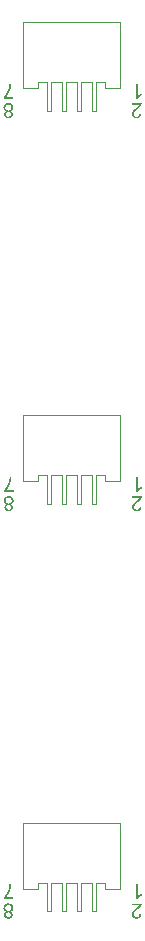
<source format=gbr>
%TF.GenerationSoftware,Altium Limited,Altium Designer,19.1.6 (110)*%
G04 Layer_Color=0*
%FSLAX26Y26*%
%MOIN*%
%TF.FileFunction,Other,M16-Top_Courtyard*%
%TF.Part,Single*%
G01*
G75*
%TA.AperFunction,NonConductor*%
%ADD67C,0.003940*%
G36*
X-208749Y1304248D02*
X-208159Y1304174D01*
X-207421Y1304100D01*
X-206609Y1303953D01*
X-205723Y1303805D01*
X-203878Y1303289D01*
X-202845Y1302920D01*
X-201886Y1302477D01*
X-200926Y1302034D01*
X-199893Y1301444D01*
X-199007Y1300779D01*
X-198122Y1300041D01*
X-198048Y1299968D01*
X-197900Y1299820D01*
X-197679Y1299599D01*
X-197458Y1299230D01*
X-197089Y1298861D01*
X-196720Y1298344D01*
X-196277Y1297754D01*
X-195908Y1297016D01*
X-195465Y1296278D01*
X-195022Y1295466D01*
X-194358Y1293621D01*
X-194063Y1292588D01*
X-193841Y1291554D01*
X-193694Y1290374D01*
X-193620Y1289193D01*
Y1289119D01*
Y1288971D01*
Y1288750D01*
X-193694Y1288381D01*
Y1287938D01*
X-193768Y1287495D01*
X-193915Y1286315D01*
X-194210Y1285060D01*
X-194653Y1283732D01*
X-195244Y1282329D01*
X-196055Y1281075D01*
Y1281001D01*
X-196203Y1280927D01*
X-196498Y1280558D01*
X-197089Y1279968D01*
X-197827Y1279304D01*
X-198860Y1278566D01*
X-200041Y1277828D01*
X-201443Y1277163D01*
X-203066Y1276647D01*
X-202993D01*
X-202919Y1276573D01*
X-202476Y1276352D01*
X-201738Y1276056D01*
X-200926Y1275614D01*
X-199967Y1275023D01*
X-199081Y1274359D01*
X-198196Y1273547D01*
X-197384Y1272662D01*
X-197310Y1272514D01*
X-197089Y1272219D01*
X-196793Y1271628D01*
X-196498Y1270890D01*
X-196203Y1270005D01*
X-195908Y1268972D01*
X-195686Y1267791D01*
X-195613Y1266536D01*
Y1266462D01*
Y1266315D01*
Y1266020D01*
X-195686Y1265651D01*
X-195760Y1265134D01*
X-195834Y1264617D01*
X-196129Y1263363D01*
X-196572Y1261887D01*
X-197236Y1260337D01*
X-197679Y1259599D01*
X-198196Y1258861D01*
X-198786Y1258123D01*
X-199450Y1257385D01*
X-199524Y1257311D01*
X-199598Y1257237D01*
X-199893Y1257016D01*
X-200188Y1256795D01*
X-200557Y1256499D01*
X-201000Y1256204D01*
X-201590Y1255909D01*
X-202255Y1255540D01*
X-202919Y1255171D01*
X-203731Y1254876D01*
X-205502Y1254285D01*
X-207568Y1253843D01*
X-208675Y1253769D01*
X-209856Y1253695D01*
X-210520D01*
X-210963Y1253769D01*
X-211480Y1253843D01*
X-212144Y1253916D01*
X-213620Y1254138D01*
X-215243Y1254654D01*
X-217015Y1255319D01*
X-217900Y1255761D01*
X-218712Y1256278D01*
X-219598Y1256868D01*
X-220336Y1257533D01*
X-220409Y1257606D01*
X-220483Y1257680D01*
X-220705Y1257902D01*
X-220926Y1258197D01*
X-221295Y1258566D01*
X-221590Y1259009D01*
X-222328Y1260116D01*
X-223066Y1261444D01*
X-223730Y1262994D01*
X-224173Y1264765D01*
X-224247Y1265724D01*
X-224321Y1266684D01*
Y1266758D01*
Y1266831D01*
Y1267274D01*
X-224247Y1267938D01*
X-224099Y1268750D01*
X-223878Y1269710D01*
X-223509Y1270669D01*
X-223066Y1271702D01*
X-222476Y1272735D01*
X-222402Y1272809D01*
X-222107Y1273178D01*
X-221664Y1273621D01*
X-221074Y1274138D01*
X-220336Y1274802D01*
X-219376Y1275466D01*
X-218269Y1276056D01*
X-216941Y1276647D01*
X-217015D01*
X-217162Y1276721D01*
X-217384Y1276794D01*
X-217679Y1276942D01*
X-218564Y1277311D01*
X-219598Y1277828D01*
X-220705Y1278492D01*
X-221885Y1279304D01*
X-222992Y1280263D01*
X-223952Y1281444D01*
X-224026Y1281591D01*
X-224321Y1282034D01*
X-224690Y1282698D01*
X-225206Y1283658D01*
X-225649Y1284839D01*
X-226018Y1286167D01*
X-226313Y1287717D01*
X-226387Y1289340D01*
Y1289414D01*
Y1289636D01*
Y1289931D01*
X-226313Y1290374D01*
X-226240Y1290964D01*
X-226166Y1291554D01*
X-226018Y1292292D01*
X-225797Y1293030D01*
X-225280Y1294728D01*
X-224911Y1295613D01*
X-224468Y1296499D01*
X-223952Y1297458D01*
X-223288Y1298344D01*
X-222623Y1299230D01*
X-221812Y1300041D01*
X-221738Y1300115D01*
X-221590Y1300189D01*
X-221369Y1300410D01*
X-221000Y1300706D01*
X-220557Y1301001D01*
X-220040Y1301370D01*
X-219376Y1301813D01*
X-218638Y1302182D01*
X-217826Y1302551D01*
X-216941Y1302993D01*
X-215981Y1303362D01*
X-214948Y1303658D01*
X-213841Y1303953D01*
X-212587Y1304100D01*
X-211332Y1304248D01*
X-210004Y1304322D01*
X-209266D01*
X-208749Y1304248D01*
D02*
G37*
G36*
X-200557Y1367416D02*
Y1367195D01*
Y1366900D01*
X-200631Y1366457D01*
Y1365866D01*
X-200705Y1365202D01*
X-200779Y1364390D01*
X-200852Y1363505D01*
X-201000Y1362545D01*
X-201148Y1361512D01*
X-201369Y1360331D01*
X-201590Y1359077D01*
X-201812Y1357748D01*
X-202107Y1356346D01*
X-202845Y1353394D01*
Y1353320D01*
X-202919Y1353025D01*
X-203066Y1352582D01*
X-203288Y1351992D01*
X-203509Y1351254D01*
X-203731Y1350368D01*
X-204100Y1349335D01*
X-204469Y1348228D01*
X-204911Y1347047D01*
X-205354Y1345793D01*
X-206461Y1343136D01*
X-207716Y1340258D01*
X-209118Y1337380D01*
X-209192Y1337306D01*
X-209339Y1337011D01*
X-209561Y1336642D01*
X-209856Y1336051D01*
X-210225Y1335387D01*
X-210668Y1334649D01*
X-211184Y1333763D01*
X-211775Y1332804D01*
X-213103Y1330811D01*
X-214579Y1328597D01*
X-216277Y1326383D01*
X-217974Y1324317D01*
X-193620D01*
Y1318487D01*
X-225797D01*
Y1323210D01*
X-225723Y1323284D01*
X-225575Y1323431D01*
X-225354Y1323727D01*
X-224985Y1324169D01*
X-224542Y1324612D01*
X-224026Y1325276D01*
X-223435Y1326014D01*
X-222845Y1326826D01*
X-222107Y1327712D01*
X-221369Y1328745D01*
X-220631Y1329852D01*
X-219819Y1331033D01*
X-218933Y1332361D01*
X-218122Y1333690D01*
X-217236Y1335166D01*
X-216350Y1336715D01*
X-216277Y1336789D01*
X-216129Y1337084D01*
X-215908Y1337527D01*
X-215612Y1338118D01*
X-215170Y1338929D01*
X-214727Y1339815D01*
X-214210Y1340848D01*
X-213694Y1341955D01*
X-213103Y1343210D01*
X-212513Y1344538D01*
X-211922Y1345940D01*
X-211332Y1347490D01*
X-210151Y1350590D01*
X-209118Y1353837D01*
Y1353911D01*
X-209044Y1354132D01*
X-208970Y1354427D01*
X-208823Y1354944D01*
X-208675Y1355534D01*
X-208528Y1356199D01*
X-208306Y1357010D01*
X-208159Y1357896D01*
X-207937Y1358855D01*
X-207716Y1359889D01*
X-207347Y1362250D01*
X-207052Y1364759D01*
X-206830Y1367490D01*
X-200557D01*
Y1367416D01*
D02*
G37*
G36*
X234096Y1303436D02*
Y1303141D01*
Y1302698D01*
X234022Y1302182D01*
X233949Y1301517D01*
X233875Y1300853D01*
X233653Y1300041D01*
X233432Y1299303D01*
Y1299230D01*
X233358Y1299156D01*
X233211Y1298713D01*
X232915Y1298049D01*
X232473Y1297237D01*
X231882Y1296204D01*
X231218Y1295097D01*
X230406Y1293916D01*
X229447Y1292735D01*
Y1292661D01*
X229299Y1292588D01*
X228930Y1292145D01*
X228266Y1291481D01*
X227380Y1290595D01*
X226273Y1289488D01*
X224871Y1288160D01*
X223248Y1286757D01*
X221403Y1285208D01*
X221329Y1285134D01*
X221034Y1284912D01*
X220665Y1284543D01*
X220074Y1284101D01*
X219410Y1283584D01*
X218672Y1282920D01*
X217048Y1281370D01*
X215203Y1279746D01*
X213432Y1277975D01*
X212547Y1277090D01*
X211809Y1276278D01*
X211071Y1275466D01*
X210480Y1274728D01*
Y1274654D01*
X210333Y1274580D01*
X210185Y1274359D01*
X210037Y1274064D01*
X209595Y1273326D01*
X209004Y1272366D01*
X208488Y1271186D01*
X208045Y1269931D01*
X207750Y1268676D01*
X207602Y1267348D01*
Y1267274D01*
Y1267200D01*
X207676Y1266758D01*
X207750Y1266093D01*
X207897Y1265208D01*
X208266Y1264248D01*
X208709Y1263215D01*
X209373Y1262182D01*
X210259Y1261223D01*
X210406Y1261149D01*
X210702Y1260854D01*
X211292Y1260411D01*
X212030Y1259968D01*
X213063Y1259525D01*
X214170Y1259082D01*
X215499Y1258787D01*
X216975Y1258713D01*
X217417D01*
X217713Y1258787D01*
X218524Y1258861D01*
X219484Y1259082D01*
X220665Y1259378D01*
X221845Y1259894D01*
X223026Y1260558D01*
X224059Y1261444D01*
X224133Y1261592D01*
X224428Y1261961D01*
X224871Y1262551D01*
X225314Y1263363D01*
X225831Y1264396D01*
X226200Y1265651D01*
X226495Y1267127D01*
X226642Y1268750D01*
X232915Y1268086D01*
Y1268012D01*
Y1267791D01*
X232842Y1267422D01*
X232768Y1266905D01*
X232620Y1266315D01*
X232473Y1265651D01*
X232104Y1264101D01*
X231513Y1262403D01*
X230628Y1260632D01*
X230111Y1259747D01*
X229521Y1258935D01*
X228856Y1258123D01*
X228118Y1257385D01*
X228045Y1257311D01*
X227897Y1257237D01*
X227676Y1257016D01*
X227380Y1256795D01*
X226938Y1256499D01*
X226421Y1256204D01*
X225831Y1255909D01*
X225093Y1255540D01*
X224355Y1255171D01*
X223543Y1254876D01*
X222583Y1254581D01*
X221550Y1254285D01*
X220517Y1254064D01*
X219336Y1253843D01*
X218155Y1253769D01*
X216827Y1253695D01*
X216163D01*
X215646Y1253769D01*
X215056Y1253843D01*
X214318Y1253916D01*
X213580Y1253990D01*
X212694Y1254212D01*
X210923Y1254654D01*
X209004Y1255392D01*
X208119Y1255835D01*
X207233Y1256352D01*
X206347Y1256942D01*
X205536Y1257680D01*
X205462Y1257754D01*
X205388Y1257828D01*
X205167Y1258049D01*
X204871Y1258418D01*
X204576Y1258787D01*
X204207Y1259230D01*
X203838Y1259820D01*
X203395Y1260411D01*
X202657Y1261813D01*
X201993Y1263510D01*
X201698Y1264396D01*
X201477Y1265429D01*
X201403Y1266389D01*
X201329Y1267496D01*
Y1267643D01*
Y1268012D01*
X201403Y1268603D01*
X201477Y1269341D01*
X201624Y1270300D01*
X201846Y1271259D01*
X202141Y1272293D01*
X202584Y1273400D01*
X202657Y1273547D01*
X202805Y1273916D01*
X203100Y1274433D01*
X203543Y1275171D01*
X204133Y1276130D01*
X204798Y1277163D01*
X205683Y1278270D01*
X206643Y1279451D01*
X206790Y1279599D01*
X207159Y1280042D01*
X207454Y1280337D01*
X207897Y1280780D01*
X208340Y1281222D01*
X208857Y1281739D01*
X209447Y1282329D01*
X210185Y1282994D01*
X210923Y1283658D01*
X211809Y1284470D01*
X212694Y1285281D01*
X213727Y1286167D01*
X214834Y1287126D01*
X216015Y1288160D01*
X216089Y1288233D01*
X216237Y1288381D01*
X216532Y1288602D01*
X216901Y1288898D01*
X217786Y1289709D01*
X218967Y1290669D01*
X220148Y1291702D01*
X221255Y1292735D01*
X222288Y1293695D01*
X222657Y1294064D01*
X223026Y1294433D01*
X223100Y1294506D01*
X223248Y1294728D01*
X223543Y1295023D01*
X223912Y1295466D01*
X224355Y1295909D01*
X224797Y1296499D01*
X225609Y1297680D01*
X201255D01*
Y1303510D01*
X234096D01*
Y1303436D01*
D02*
G37*
G36*
X221993Y1328745D02*
X222067Y1328819D01*
X222362Y1329114D01*
X222879Y1329483D01*
X223543Y1330073D01*
X224355Y1330664D01*
X225388Y1331402D01*
X226569Y1332140D01*
X227823Y1332952D01*
X227897D01*
X227971Y1333025D01*
X228414Y1333321D01*
X229078Y1333690D01*
X229963Y1334132D01*
X230923Y1334649D01*
X231956Y1335092D01*
X233063Y1335608D01*
X234170Y1336051D01*
Y1330147D01*
X234096D01*
X233949Y1330073D01*
X233653Y1329926D01*
X233284Y1329704D01*
X232842Y1329483D01*
X232325Y1329188D01*
X231144Y1328524D01*
X229742Y1327712D01*
X228266Y1326752D01*
X226790Y1325645D01*
X225314Y1324391D01*
X225240Y1324317D01*
X225166Y1324243D01*
X224650Y1323800D01*
X223986Y1323136D01*
X223174Y1322251D01*
X222288Y1321217D01*
X221403Y1320110D01*
X220517Y1318930D01*
X219853Y1317675D01*
X215868D01*
Y1367490D01*
X221993D01*
Y1328745D01*
D02*
G37*
G36*
X222993Y18745D02*
X223067Y18819D01*
X223362Y19114D01*
X223879Y19483D01*
X224543Y20073D01*
X225355Y20664D01*
X226388Y21402D01*
X227569Y22140D01*
X228823Y22952D01*
X228897D01*
X228971Y23025D01*
X229414Y23321D01*
X230078Y23690D01*
X230963Y24132D01*
X231923Y24649D01*
X232956Y25092D01*
X234063Y25608D01*
X235170Y26051D01*
Y20147D01*
X235096D01*
X234949Y20073D01*
X234653Y19926D01*
X234284Y19704D01*
X233842Y19483D01*
X233325Y19188D01*
X232144Y18524D01*
X230742Y17712D01*
X229266Y16752D01*
X227790Y15645D01*
X226314Y14391D01*
X226240Y14317D01*
X226166Y14243D01*
X225650Y13800D01*
X224986Y13136D01*
X224174Y12251D01*
X223288Y11217D01*
X222403Y10110D01*
X221517Y8930D01*
X220853Y7675D01*
X216868D01*
Y57490D01*
X222993D01*
Y18745D01*
D02*
G37*
G36*
X235096Y-6564D02*
Y-6859D01*
Y-7302D01*
X235022Y-7818D01*
X234949Y-8483D01*
X234875Y-9147D01*
X234653Y-9959D01*
X234432Y-10697D01*
Y-10770D01*
X234358Y-10844D01*
X234211Y-11287D01*
X233915Y-11951D01*
X233473Y-12763D01*
X232882Y-13796D01*
X232218Y-14903D01*
X231406Y-16084D01*
X230447Y-17265D01*
Y-17339D01*
X230299Y-17412D01*
X229930Y-17855D01*
X229266Y-18519D01*
X228380Y-19405D01*
X227273Y-20512D01*
X225871Y-21840D01*
X224248Y-23243D01*
X222403Y-24792D01*
X222329Y-24866D01*
X222034Y-25088D01*
X221665Y-25457D01*
X221074Y-25899D01*
X220410Y-26416D01*
X219672Y-27080D01*
X218048Y-28630D01*
X216203Y-30254D01*
X214432Y-32025D01*
X213547Y-32910D01*
X212809Y-33722D01*
X212071Y-34534D01*
X211480Y-35272D01*
Y-35346D01*
X211333Y-35420D01*
X211185Y-35641D01*
X211037Y-35936D01*
X210595Y-36674D01*
X210004Y-37634D01*
X209488Y-38814D01*
X209045Y-40069D01*
X208750Y-41324D01*
X208602Y-42652D01*
Y-42726D01*
Y-42800D01*
X208676Y-43242D01*
X208750Y-43907D01*
X208897Y-44792D01*
X209266Y-45752D01*
X209709Y-46785D01*
X210373Y-47818D01*
X211259Y-48777D01*
X211406Y-48851D01*
X211702Y-49146D01*
X212292Y-49589D01*
X213030Y-50032D01*
X214063Y-50475D01*
X215170Y-50918D01*
X216499Y-51213D01*
X217975Y-51287D01*
X218417D01*
X218713Y-51213D01*
X219524Y-51139D01*
X220484Y-50918D01*
X221665Y-50622D01*
X222845Y-50106D01*
X224026Y-49442D01*
X225059Y-48556D01*
X225133Y-48408D01*
X225428Y-48039D01*
X225871Y-47449D01*
X226314Y-46637D01*
X226831Y-45604D01*
X227200Y-44349D01*
X227495Y-42873D01*
X227642Y-41250D01*
X233915Y-41914D01*
Y-41988D01*
Y-42209D01*
X233842Y-42578D01*
X233768Y-43095D01*
X233620Y-43685D01*
X233473Y-44349D01*
X233104Y-45899D01*
X232513Y-47597D01*
X231628Y-49368D01*
X231111Y-50253D01*
X230521Y-51065D01*
X229856Y-51877D01*
X229118Y-52615D01*
X229045Y-52689D01*
X228897Y-52763D01*
X228676Y-52984D01*
X228380Y-53205D01*
X227938Y-53501D01*
X227421Y-53796D01*
X226831Y-54091D01*
X226093Y-54460D01*
X225355Y-54829D01*
X224543Y-55124D01*
X223583Y-55419D01*
X222550Y-55715D01*
X221517Y-55936D01*
X220336Y-56157D01*
X219155Y-56231D01*
X217827Y-56305D01*
X217163D01*
X216646Y-56231D01*
X216056Y-56157D01*
X215318Y-56084D01*
X214580Y-56010D01*
X213694Y-55788D01*
X211923Y-55346D01*
X210004Y-54608D01*
X209119Y-54165D01*
X208233Y-53648D01*
X207347Y-53058D01*
X206536Y-52320D01*
X206462Y-52246D01*
X206388Y-52172D01*
X206167Y-51951D01*
X205871Y-51582D01*
X205576Y-51213D01*
X205207Y-50770D01*
X204838Y-50180D01*
X204395Y-49589D01*
X203657Y-48187D01*
X202993Y-46490D01*
X202698Y-45604D01*
X202477Y-44571D01*
X202403Y-43611D01*
X202329Y-42504D01*
Y-42357D01*
Y-41988D01*
X202403Y-41397D01*
X202477Y-40659D01*
X202624Y-39700D01*
X202846Y-38741D01*
X203141Y-37707D01*
X203584Y-36600D01*
X203657Y-36453D01*
X203805Y-36084D01*
X204100Y-35567D01*
X204543Y-34829D01*
X205133Y-33870D01*
X205798Y-32837D01*
X206683Y-31730D01*
X207643Y-30549D01*
X207790Y-30401D01*
X208159Y-29958D01*
X208454Y-29663D01*
X208897Y-29220D01*
X209340Y-28778D01*
X209857Y-28261D01*
X210447Y-27671D01*
X211185Y-27006D01*
X211923Y-26342D01*
X212809Y-25530D01*
X213694Y-24719D01*
X214727Y-23833D01*
X215834Y-22874D01*
X217015Y-21840D01*
X217089Y-21767D01*
X217237Y-21619D01*
X217532Y-21398D01*
X217901Y-21102D01*
X218786Y-20291D01*
X219967Y-19331D01*
X221148Y-18298D01*
X222255Y-17265D01*
X223288Y-16305D01*
X223657Y-15936D01*
X224026Y-15567D01*
X224100Y-15494D01*
X224248Y-15272D01*
X224543Y-14977D01*
X224912Y-14534D01*
X225355Y-14091D01*
X225797Y-13501D01*
X226609Y-12320D01*
X202255D01*
Y-6490D01*
X235096D01*
Y-6564D01*
D02*
G37*
G36*
X-199557Y57416D02*
Y57195D01*
Y56900D01*
X-199631Y56457D01*
Y55866D01*
X-199705Y55202D01*
X-199779Y54390D01*
X-199852Y53505D01*
X-200000Y52545D01*
X-200148Y51512D01*
X-200369Y50331D01*
X-200590Y49077D01*
X-200812Y47748D01*
X-201107Y46346D01*
X-201845Y43394D01*
Y43320D01*
X-201919Y43025D01*
X-202066Y42582D01*
X-202288Y41992D01*
X-202509Y41254D01*
X-202731Y40368D01*
X-203100Y39335D01*
X-203469Y38228D01*
X-203911Y37047D01*
X-204354Y35793D01*
X-205461Y33136D01*
X-206716Y30258D01*
X-208118Y27380D01*
X-208192Y27306D01*
X-208339Y27011D01*
X-208561Y26642D01*
X-208856Y26051D01*
X-209225Y25387D01*
X-209668Y24649D01*
X-210184Y23763D01*
X-210775Y22804D01*
X-212103Y20811D01*
X-213579Y18597D01*
X-215277Y16383D01*
X-216974Y14317D01*
X-192620D01*
Y8487D01*
X-224797D01*
Y13210D01*
X-224723Y13284D01*
X-224575Y13431D01*
X-224354Y13727D01*
X-223985Y14169D01*
X-223542Y14612D01*
X-223026Y15276D01*
X-222435Y16014D01*
X-221845Y16826D01*
X-221107Y17712D01*
X-220369Y18745D01*
X-219631Y19852D01*
X-218819Y21033D01*
X-217933Y22361D01*
X-217122Y23690D01*
X-216236Y25166D01*
X-215350Y26715D01*
X-215277Y26789D01*
X-215129Y27084D01*
X-214908Y27527D01*
X-214612Y28118D01*
X-214170Y28929D01*
X-213727Y29815D01*
X-213210Y30848D01*
X-212694Y31955D01*
X-212103Y33210D01*
X-211513Y34538D01*
X-210922Y35940D01*
X-210332Y37490D01*
X-209151Y40590D01*
X-208118Y43837D01*
Y43911D01*
X-208044Y44132D01*
X-207970Y44427D01*
X-207823Y44944D01*
X-207675Y45534D01*
X-207528Y46199D01*
X-207306Y47010D01*
X-207159Y47896D01*
X-206937Y48855D01*
X-206716Y49889D01*
X-206347Y52250D01*
X-206052Y54759D01*
X-205830Y57490D01*
X-199557D01*
Y57416D01*
D02*
G37*
G36*
X-207749Y-5752D02*
X-207159Y-5826D01*
X-206421Y-5900D01*
X-205609Y-6047D01*
X-204723Y-6195D01*
X-202878Y-6711D01*
X-201845Y-7080D01*
X-200886Y-7523D01*
X-199926Y-7966D01*
X-198893Y-8556D01*
X-198007Y-9221D01*
X-197122Y-9959D01*
X-197048Y-10032D01*
X-196900Y-10180D01*
X-196679Y-10401D01*
X-196458Y-10770D01*
X-196089Y-11139D01*
X-195720Y-11656D01*
X-195277Y-12246D01*
X-194908Y-12984D01*
X-194465Y-13722D01*
X-194022Y-14534D01*
X-193358Y-16379D01*
X-193063Y-17412D01*
X-192841Y-18446D01*
X-192694Y-19626D01*
X-192620Y-20807D01*
Y-20881D01*
Y-21029D01*
Y-21250D01*
X-192694Y-21619D01*
Y-22062D01*
X-192768Y-22505D01*
X-192915Y-23685D01*
X-193210Y-24940D01*
X-193653Y-26268D01*
X-194244Y-27671D01*
X-195055Y-28925D01*
Y-28999D01*
X-195203Y-29073D01*
X-195498Y-29442D01*
X-196089Y-30032D01*
X-196827Y-30696D01*
X-197860Y-31434D01*
X-199041Y-32172D01*
X-200443Y-32837D01*
X-202066Y-33353D01*
X-201993D01*
X-201919Y-33427D01*
X-201476Y-33648D01*
X-200738Y-33944D01*
X-199926Y-34386D01*
X-198967Y-34977D01*
X-198081Y-35641D01*
X-197196Y-36453D01*
X-196384Y-37338D01*
X-196310Y-37486D01*
X-196089Y-37781D01*
X-195793Y-38372D01*
X-195498Y-39110D01*
X-195203Y-39995D01*
X-194908Y-41028D01*
X-194686Y-42209D01*
X-194613Y-43464D01*
Y-43538D01*
Y-43685D01*
Y-43980D01*
X-194686Y-44349D01*
X-194760Y-44866D01*
X-194834Y-45383D01*
X-195129Y-46637D01*
X-195572Y-48113D01*
X-196236Y-49663D01*
X-196679Y-50401D01*
X-197196Y-51139D01*
X-197786Y-51877D01*
X-198450Y-52615D01*
X-198524Y-52689D01*
X-198598Y-52763D01*
X-198893Y-52984D01*
X-199188Y-53205D01*
X-199557Y-53501D01*
X-200000Y-53796D01*
X-200590Y-54091D01*
X-201255Y-54460D01*
X-201919Y-54829D01*
X-202731Y-55124D01*
X-204502Y-55715D01*
X-206568Y-56157D01*
X-207675Y-56231D01*
X-208856Y-56305D01*
X-209520D01*
X-209963Y-56231D01*
X-210480Y-56157D01*
X-211144Y-56084D01*
X-212620Y-55862D01*
X-214243Y-55346D01*
X-216015Y-54681D01*
X-216900Y-54239D01*
X-217712Y-53722D01*
X-218598Y-53132D01*
X-219336Y-52467D01*
X-219409Y-52394D01*
X-219483Y-52320D01*
X-219705Y-52098D01*
X-219926Y-51803D01*
X-220295Y-51434D01*
X-220590Y-50991D01*
X-221328Y-49884D01*
X-222066Y-48556D01*
X-222730Y-47006D01*
X-223173Y-45235D01*
X-223247Y-44276D01*
X-223321Y-43316D01*
Y-43242D01*
Y-43169D01*
Y-42726D01*
X-223247Y-42062D01*
X-223099Y-41250D01*
X-222878Y-40290D01*
X-222509Y-39331D01*
X-222066Y-38298D01*
X-221476Y-37265D01*
X-221402Y-37191D01*
X-221107Y-36822D01*
X-220664Y-36379D01*
X-220074Y-35862D01*
X-219336Y-35198D01*
X-218376Y-34534D01*
X-217269Y-33944D01*
X-215941Y-33353D01*
X-216015D01*
X-216162Y-33279D01*
X-216384Y-33206D01*
X-216679Y-33058D01*
X-217564Y-32689D01*
X-218598Y-32172D01*
X-219705Y-31508D01*
X-220885Y-30696D01*
X-221992Y-29737D01*
X-222952Y-28556D01*
X-223026Y-28409D01*
X-223321Y-27966D01*
X-223690Y-27302D01*
X-224206Y-26342D01*
X-224649Y-25161D01*
X-225018Y-23833D01*
X-225313Y-22283D01*
X-225387Y-20660D01*
Y-20586D01*
Y-20364D01*
Y-20069D01*
X-225313Y-19626D01*
X-225240Y-19036D01*
X-225166Y-18446D01*
X-225018Y-17708D01*
X-224797Y-16970D01*
X-224280Y-15272D01*
X-223911Y-14387D01*
X-223468Y-13501D01*
X-222952Y-12542D01*
X-222288Y-11656D01*
X-221623Y-10770D01*
X-220812Y-9959D01*
X-220738Y-9885D01*
X-220590Y-9811D01*
X-220369Y-9590D01*
X-220000Y-9294D01*
X-219557Y-8999D01*
X-219040Y-8630D01*
X-218376Y-8187D01*
X-217638Y-7818D01*
X-216826Y-7449D01*
X-215941Y-7007D01*
X-214981Y-6638D01*
X-213948Y-6342D01*
X-212841Y-6047D01*
X-211587Y-5900D01*
X-210332Y-5752D01*
X-209004Y-5678D01*
X-208266D01*
X-207749Y-5752D01*
D02*
G37*
G36*
X-208749Y-1363752D02*
X-208159Y-1363826D01*
X-207421Y-1363900D01*
X-206609Y-1364047D01*
X-205723Y-1364195D01*
X-203878Y-1364711D01*
X-202845Y-1365080D01*
X-201886Y-1365523D01*
X-200926Y-1365966D01*
X-199893Y-1366556D01*
X-199007Y-1367221D01*
X-198122Y-1367959D01*
X-198048Y-1368032D01*
X-197900Y-1368180D01*
X-197679Y-1368401D01*
X-197458Y-1368770D01*
X-197089Y-1369139D01*
X-196720Y-1369656D01*
X-196277Y-1370246D01*
X-195908Y-1370984D01*
X-195465Y-1371722D01*
X-195022Y-1372534D01*
X-194358Y-1374379D01*
X-194063Y-1375412D01*
X-193841Y-1376446D01*
X-193694Y-1377626D01*
X-193620Y-1378807D01*
Y-1378881D01*
Y-1379029D01*
Y-1379250D01*
X-193694Y-1379619D01*
Y-1380062D01*
X-193768Y-1380505D01*
X-193915Y-1381685D01*
X-194210Y-1382940D01*
X-194653Y-1384268D01*
X-195244Y-1385671D01*
X-196055Y-1386925D01*
Y-1386999D01*
X-196203Y-1387073D01*
X-196498Y-1387442D01*
X-197089Y-1388032D01*
X-197827Y-1388696D01*
X-198860Y-1389434D01*
X-200041Y-1390172D01*
X-201443Y-1390837D01*
X-203066Y-1391353D01*
X-202993D01*
X-202919Y-1391427D01*
X-202476Y-1391648D01*
X-201738Y-1391944D01*
X-200926Y-1392386D01*
X-199967Y-1392977D01*
X-199081Y-1393641D01*
X-198196Y-1394453D01*
X-197384Y-1395338D01*
X-197310Y-1395486D01*
X-197089Y-1395781D01*
X-196793Y-1396372D01*
X-196498Y-1397110D01*
X-196203Y-1397995D01*
X-195908Y-1399028D01*
X-195686Y-1400209D01*
X-195613Y-1401464D01*
Y-1401538D01*
Y-1401685D01*
Y-1401980D01*
X-195686Y-1402349D01*
X-195760Y-1402866D01*
X-195834Y-1403383D01*
X-196129Y-1404637D01*
X-196572Y-1406113D01*
X-197236Y-1407663D01*
X-197679Y-1408401D01*
X-198196Y-1409139D01*
X-198786Y-1409877D01*
X-199450Y-1410615D01*
X-199524Y-1410689D01*
X-199598Y-1410763D01*
X-199893Y-1410984D01*
X-200188Y-1411205D01*
X-200557Y-1411501D01*
X-201000Y-1411796D01*
X-201590Y-1412091D01*
X-202255Y-1412460D01*
X-202919Y-1412829D01*
X-203731Y-1413124D01*
X-205502Y-1413715D01*
X-207568Y-1414157D01*
X-208675Y-1414231D01*
X-209856Y-1414305D01*
X-210520D01*
X-210963Y-1414231D01*
X-211480Y-1414157D01*
X-212144Y-1414084D01*
X-213620Y-1413862D01*
X-215243Y-1413346D01*
X-217015Y-1412681D01*
X-217900Y-1412239D01*
X-218712Y-1411722D01*
X-219598Y-1411132D01*
X-220336Y-1410467D01*
X-220409Y-1410394D01*
X-220483Y-1410320D01*
X-220705Y-1410098D01*
X-220926Y-1409803D01*
X-221295Y-1409434D01*
X-221590Y-1408991D01*
X-222328Y-1407884D01*
X-223066Y-1406556D01*
X-223730Y-1405006D01*
X-224173Y-1403235D01*
X-224247Y-1402276D01*
X-224321Y-1401316D01*
Y-1401242D01*
Y-1401169D01*
Y-1400726D01*
X-224247Y-1400062D01*
X-224099Y-1399250D01*
X-223878Y-1398290D01*
X-223509Y-1397331D01*
X-223066Y-1396298D01*
X-222476Y-1395265D01*
X-222402Y-1395191D01*
X-222107Y-1394822D01*
X-221664Y-1394379D01*
X-221074Y-1393862D01*
X-220336Y-1393198D01*
X-219376Y-1392534D01*
X-218269Y-1391944D01*
X-216941Y-1391353D01*
X-217015D01*
X-217162Y-1391279D01*
X-217384Y-1391206D01*
X-217679Y-1391058D01*
X-218564Y-1390689D01*
X-219598Y-1390172D01*
X-220705Y-1389508D01*
X-221885Y-1388696D01*
X-222992Y-1387737D01*
X-223952Y-1386556D01*
X-224026Y-1386409D01*
X-224321Y-1385966D01*
X-224690Y-1385302D01*
X-225206Y-1384342D01*
X-225649Y-1383161D01*
X-226018Y-1381833D01*
X-226313Y-1380283D01*
X-226387Y-1378660D01*
Y-1378586D01*
Y-1378364D01*
Y-1378069D01*
X-226313Y-1377626D01*
X-226240Y-1377036D01*
X-226166Y-1376446D01*
X-226018Y-1375708D01*
X-225797Y-1374970D01*
X-225280Y-1373272D01*
X-224911Y-1372387D01*
X-224468Y-1371501D01*
X-223952Y-1370542D01*
X-223288Y-1369656D01*
X-222623Y-1368770D01*
X-221812Y-1367959D01*
X-221738Y-1367885D01*
X-221590Y-1367811D01*
X-221369Y-1367590D01*
X-221000Y-1367294D01*
X-220557Y-1366999D01*
X-220040Y-1366630D01*
X-219376Y-1366187D01*
X-218638Y-1365818D01*
X-217826Y-1365449D01*
X-216941Y-1365007D01*
X-215981Y-1364638D01*
X-214948Y-1364342D01*
X-213841Y-1364047D01*
X-212587Y-1363900D01*
X-211332Y-1363752D01*
X-210004Y-1363678D01*
X-209266D01*
X-208749Y-1363752D01*
D02*
G37*
G36*
X-200557Y-1300584D02*
Y-1300805D01*
Y-1301100D01*
X-200631Y-1301543D01*
Y-1302134D01*
X-200705Y-1302798D01*
X-200779Y-1303610D01*
X-200852Y-1304495D01*
X-201000Y-1305455D01*
X-201148Y-1306488D01*
X-201369Y-1307669D01*
X-201590Y-1308923D01*
X-201812Y-1310252D01*
X-202107Y-1311654D01*
X-202845Y-1314606D01*
Y-1314680D01*
X-202919Y-1314975D01*
X-203066Y-1315418D01*
X-203288Y-1316008D01*
X-203509Y-1316746D01*
X-203731Y-1317632D01*
X-204100Y-1318665D01*
X-204469Y-1319772D01*
X-204911Y-1320953D01*
X-205354Y-1322207D01*
X-206461Y-1324864D01*
X-207716Y-1327742D01*
X-209118Y-1330620D01*
X-209192Y-1330694D01*
X-209339Y-1330989D01*
X-209561Y-1331358D01*
X-209856Y-1331949D01*
X-210225Y-1332613D01*
X-210668Y-1333351D01*
X-211184Y-1334237D01*
X-211775Y-1335196D01*
X-213103Y-1337189D01*
X-214579Y-1339403D01*
X-216277Y-1341617D01*
X-217974Y-1343683D01*
X-193620D01*
Y-1349513D01*
X-225797D01*
Y-1344790D01*
X-225723Y-1344716D01*
X-225575Y-1344569D01*
X-225354Y-1344273D01*
X-224985Y-1343831D01*
X-224542Y-1343388D01*
X-224026Y-1342724D01*
X-223435Y-1341986D01*
X-222845Y-1341174D01*
X-222107Y-1340288D01*
X-221369Y-1339255D01*
X-220631Y-1338148D01*
X-219819Y-1336967D01*
X-218933Y-1335639D01*
X-218122Y-1334310D01*
X-217236Y-1332834D01*
X-216350Y-1331285D01*
X-216277Y-1331211D01*
X-216129Y-1330916D01*
X-215908Y-1330473D01*
X-215612Y-1329882D01*
X-215170Y-1329071D01*
X-214727Y-1328185D01*
X-214210Y-1327152D01*
X-213694Y-1326045D01*
X-213103Y-1324790D01*
X-212513Y-1323462D01*
X-211922Y-1322060D01*
X-211332Y-1320510D01*
X-210151Y-1317410D01*
X-209118Y-1314163D01*
Y-1314089D01*
X-209044Y-1313868D01*
X-208970Y-1313573D01*
X-208823Y-1313056D01*
X-208675Y-1312466D01*
X-208528Y-1311801D01*
X-208306Y-1310990D01*
X-208159Y-1310104D01*
X-207937Y-1309145D01*
X-207716Y-1308111D01*
X-207347Y-1305750D01*
X-207052Y-1303241D01*
X-206830Y-1300510D01*
X-200557D01*
Y-1300584D01*
D02*
G37*
G36*
X234096Y-1364564D02*
Y-1364859D01*
Y-1365302D01*
X234022Y-1365818D01*
X233949Y-1366483D01*
X233875Y-1367147D01*
X233653Y-1367959D01*
X233432Y-1368697D01*
Y-1368770D01*
X233358Y-1368844D01*
X233211Y-1369287D01*
X232915Y-1369951D01*
X232473Y-1370763D01*
X231882Y-1371796D01*
X231218Y-1372903D01*
X230406Y-1374084D01*
X229447Y-1375265D01*
Y-1375339D01*
X229299Y-1375412D01*
X228930Y-1375855D01*
X228266Y-1376519D01*
X227380Y-1377405D01*
X226273Y-1378512D01*
X224871Y-1379840D01*
X223248Y-1381243D01*
X221403Y-1382792D01*
X221329Y-1382866D01*
X221034Y-1383088D01*
X220665Y-1383457D01*
X220074Y-1383899D01*
X219410Y-1384416D01*
X218672Y-1385080D01*
X217048Y-1386630D01*
X215203Y-1388254D01*
X213432Y-1390025D01*
X212547Y-1390910D01*
X211809Y-1391722D01*
X211071Y-1392534D01*
X210480Y-1393272D01*
Y-1393346D01*
X210333Y-1393420D01*
X210185Y-1393641D01*
X210037Y-1393936D01*
X209595Y-1394674D01*
X209004Y-1395634D01*
X208488Y-1396814D01*
X208045Y-1398069D01*
X207750Y-1399324D01*
X207602Y-1400652D01*
Y-1400726D01*
Y-1400800D01*
X207676Y-1401242D01*
X207750Y-1401907D01*
X207897Y-1402792D01*
X208266Y-1403752D01*
X208709Y-1404785D01*
X209373Y-1405818D01*
X210259Y-1406777D01*
X210406Y-1406851D01*
X210702Y-1407146D01*
X211292Y-1407589D01*
X212030Y-1408032D01*
X213063Y-1408475D01*
X214170Y-1408918D01*
X215499Y-1409213D01*
X216975Y-1409287D01*
X217417D01*
X217713Y-1409213D01*
X218524Y-1409139D01*
X219484Y-1408918D01*
X220665Y-1408622D01*
X221845Y-1408106D01*
X223026Y-1407442D01*
X224059Y-1406556D01*
X224133Y-1406408D01*
X224428Y-1406039D01*
X224871Y-1405449D01*
X225314Y-1404637D01*
X225831Y-1403604D01*
X226200Y-1402349D01*
X226495Y-1400873D01*
X226642Y-1399250D01*
X232915Y-1399914D01*
Y-1399988D01*
Y-1400209D01*
X232842Y-1400578D01*
X232768Y-1401095D01*
X232620Y-1401685D01*
X232473Y-1402349D01*
X232104Y-1403899D01*
X231513Y-1405597D01*
X230628Y-1407368D01*
X230111Y-1408253D01*
X229521Y-1409065D01*
X228856Y-1409877D01*
X228118Y-1410615D01*
X228045Y-1410689D01*
X227897Y-1410763D01*
X227676Y-1410984D01*
X227380Y-1411205D01*
X226938Y-1411501D01*
X226421Y-1411796D01*
X225831Y-1412091D01*
X225093Y-1412460D01*
X224355Y-1412829D01*
X223543Y-1413124D01*
X222583Y-1413419D01*
X221550Y-1413715D01*
X220517Y-1413936D01*
X219336Y-1414157D01*
X218155Y-1414231D01*
X216827Y-1414305D01*
X216163D01*
X215646Y-1414231D01*
X215056Y-1414157D01*
X214318Y-1414084D01*
X213580Y-1414010D01*
X212694Y-1413788D01*
X210923Y-1413346D01*
X209004Y-1412608D01*
X208119Y-1412165D01*
X207233Y-1411648D01*
X206347Y-1411058D01*
X205536Y-1410320D01*
X205462Y-1410246D01*
X205388Y-1410172D01*
X205167Y-1409951D01*
X204871Y-1409582D01*
X204576Y-1409213D01*
X204207Y-1408770D01*
X203838Y-1408180D01*
X203395Y-1407589D01*
X202657Y-1406187D01*
X201993Y-1404490D01*
X201698Y-1403604D01*
X201477Y-1402571D01*
X201403Y-1401611D01*
X201329Y-1400504D01*
Y-1400357D01*
Y-1399988D01*
X201403Y-1399397D01*
X201477Y-1398659D01*
X201624Y-1397700D01*
X201846Y-1396741D01*
X202141Y-1395707D01*
X202584Y-1394600D01*
X202657Y-1394453D01*
X202805Y-1394084D01*
X203100Y-1393567D01*
X203543Y-1392829D01*
X204133Y-1391870D01*
X204798Y-1390837D01*
X205683Y-1389730D01*
X206643Y-1388549D01*
X206790Y-1388401D01*
X207159Y-1387958D01*
X207454Y-1387663D01*
X207897Y-1387220D01*
X208340Y-1386778D01*
X208857Y-1386261D01*
X209447Y-1385671D01*
X210185Y-1385006D01*
X210923Y-1384342D01*
X211809Y-1383530D01*
X212694Y-1382719D01*
X213727Y-1381833D01*
X214834Y-1380874D01*
X216015Y-1379840D01*
X216089Y-1379767D01*
X216237Y-1379619D01*
X216532Y-1379398D01*
X216901Y-1379102D01*
X217786Y-1378291D01*
X218967Y-1377331D01*
X220148Y-1376298D01*
X221255Y-1375265D01*
X222288Y-1374305D01*
X222657Y-1373936D01*
X223026Y-1373567D01*
X223100Y-1373494D01*
X223248Y-1373272D01*
X223543Y-1372977D01*
X223912Y-1372534D01*
X224355Y-1372091D01*
X224797Y-1371501D01*
X225609Y-1370320D01*
X201255D01*
Y-1364490D01*
X234096D01*
Y-1364564D01*
D02*
G37*
G36*
X221993Y-1339255D02*
X222067Y-1339181D01*
X222362Y-1338886D01*
X222879Y-1338517D01*
X223543Y-1337927D01*
X224355Y-1337336D01*
X225388Y-1336598D01*
X226569Y-1335860D01*
X227823Y-1335048D01*
X227897D01*
X227971Y-1334975D01*
X228414Y-1334679D01*
X229078Y-1334310D01*
X229963Y-1333868D01*
X230923Y-1333351D01*
X231956Y-1332908D01*
X233063Y-1332392D01*
X234170Y-1331949D01*
Y-1337853D01*
X234096D01*
X233949Y-1337927D01*
X233653Y-1338074D01*
X233284Y-1338296D01*
X232842Y-1338517D01*
X232325Y-1338812D01*
X231144Y-1339476D01*
X229742Y-1340288D01*
X228266Y-1341248D01*
X226790Y-1342355D01*
X225314Y-1343609D01*
X225240Y-1343683D01*
X225166Y-1343757D01*
X224650Y-1344200D01*
X223986Y-1344864D01*
X223174Y-1345749D01*
X222288Y-1346783D01*
X221403Y-1347890D01*
X220517Y-1349070D01*
X219853Y-1350325D01*
X215868D01*
Y-1300510D01*
X221993D01*
Y-1339255D01*
D02*
G37*
%LPC*%
G36*
X-210004Y1299303D02*
X-210446D01*
X-210742Y1299230D01*
X-211553Y1299156D01*
X-212587Y1298934D01*
X-213694Y1298639D01*
X-214948Y1298123D01*
X-216129Y1297458D01*
X-217236Y1296499D01*
X-217384Y1296351D01*
X-217679Y1295982D01*
X-218122Y1295392D01*
X-218712Y1294580D01*
X-219229Y1293547D01*
X-219671Y1292292D01*
X-219967Y1290964D01*
X-220114Y1289414D01*
Y1289340D01*
Y1289193D01*
Y1288971D01*
X-220040Y1288676D01*
X-219967Y1287864D01*
X-219745Y1286831D01*
X-219376Y1285650D01*
X-218860Y1284470D01*
X-218122Y1283215D01*
X-217162Y1282108D01*
X-217015Y1281960D01*
X-216646Y1281665D01*
X-215981Y1281222D01*
X-215170Y1280632D01*
X-214063Y1280115D01*
X-212808Y1279673D01*
X-211406Y1279377D01*
X-209782Y1279230D01*
X-209339D01*
X-209044Y1279304D01*
X-208306Y1279377D01*
X-207273Y1279599D01*
X-206166Y1279894D01*
X-204985Y1280411D01*
X-203804Y1281149D01*
X-202697Y1282108D01*
X-202550Y1282256D01*
X-202255Y1282625D01*
X-201812Y1283215D01*
X-201295Y1284027D01*
X-200779Y1285060D01*
X-200336Y1286241D01*
X-200041Y1287643D01*
X-199893Y1289193D01*
Y1289340D01*
Y1289636D01*
X-199967Y1290152D01*
X-200041Y1290816D01*
X-200188Y1291554D01*
X-200410Y1292366D01*
X-200705Y1293326D01*
X-201074Y1294211D01*
X-201148Y1294285D01*
X-201295Y1294580D01*
X-201590Y1295023D01*
X-202033Y1295613D01*
X-202550Y1296204D01*
X-203140Y1296794D01*
X-203878Y1297458D01*
X-204764Y1297975D01*
X-204911Y1298049D01*
X-205207Y1298196D01*
X-205649Y1298418D01*
X-206314Y1298639D01*
X-207125Y1298861D01*
X-208011Y1299082D01*
X-208970Y1299230D01*
X-210004Y1299303D01*
D02*
G37*
G36*
Y1274285D02*
X-210151D01*
X-210594Y1274211D01*
X-211258Y1274138D01*
X-212070Y1273990D01*
X-212956Y1273769D01*
X-213915Y1273326D01*
X-214874Y1272809D01*
X-215760Y1272071D01*
X-215834Y1271997D01*
X-216129Y1271702D01*
X-216498Y1271186D01*
X-216941Y1270595D01*
X-217310Y1269783D01*
X-217679Y1268898D01*
X-217974Y1267791D01*
X-218048Y1266684D01*
Y1266610D01*
Y1266536D01*
Y1266093D01*
X-217900Y1265503D01*
X-217753Y1264691D01*
X-217457Y1263806D01*
X-217088Y1262846D01*
X-216498Y1261887D01*
X-215686Y1261001D01*
X-215612Y1260927D01*
X-215243Y1260632D01*
X-214801Y1260263D01*
X-214136Y1259820D01*
X-213251Y1259451D01*
X-212291Y1259082D01*
X-211184Y1258787D01*
X-209930Y1258713D01*
X-209339D01*
X-208675Y1258861D01*
X-207863Y1259009D01*
X-206978Y1259304D01*
X-205945Y1259673D01*
X-204985Y1260263D01*
X-204100Y1261001D01*
X-204026Y1261075D01*
X-203731Y1261370D01*
X-203435Y1261887D01*
X-202993Y1262477D01*
X-202624Y1263289D01*
X-202255Y1264175D01*
X-201959Y1265208D01*
X-201886Y1266315D01*
Y1266389D01*
Y1266462D01*
X-201959Y1266905D01*
X-202033Y1267569D01*
X-202181Y1268381D01*
X-202402Y1269267D01*
X-202845Y1270226D01*
X-203362Y1271186D01*
X-204100Y1272071D01*
X-204173Y1272145D01*
X-204542Y1272440D01*
X-204985Y1272735D01*
X-205649Y1273178D01*
X-206535Y1273547D01*
X-207494Y1273916D01*
X-208675Y1274211D01*
X-210004Y1274285D01*
D02*
G37*
G36*
X-209004Y-10697D02*
X-209446D01*
X-209742Y-10770D01*
X-210553Y-10844D01*
X-211587Y-11066D01*
X-212694Y-11361D01*
X-213948Y-11877D01*
X-215129Y-12542D01*
X-216236Y-13501D01*
X-216384Y-13649D01*
X-216679Y-14018D01*
X-217122Y-14608D01*
X-217712Y-15420D01*
X-218229Y-16453D01*
X-218671Y-17708D01*
X-218967Y-19036D01*
X-219114Y-20586D01*
Y-20660D01*
Y-20807D01*
Y-21029D01*
X-219040Y-21324D01*
X-218967Y-22136D01*
X-218745Y-23169D01*
X-218376Y-24350D01*
X-217860Y-25530D01*
X-217122Y-26785D01*
X-216162Y-27892D01*
X-216015Y-28040D01*
X-215646Y-28335D01*
X-214981Y-28778D01*
X-214170Y-29368D01*
X-213063Y-29885D01*
X-211808Y-30327D01*
X-210406Y-30623D01*
X-208782Y-30770D01*
X-208339D01*
X-208044Y-30696D01*
X-207306Y-30623D01*
X-206273Y-30401D01*
X-205166Y-30106D01*
X-203985Y-29589D01*
X-202804Y-28851D01*
X-201697Y-27892D01*
X-201550Y-27744D01*
X-201255Y-27375D01*
X-200812Y-26785D01*
X-200295Y-25973D01*
X-199779Y-24940D01*
X-199336Y-23759D01*
X-199041Y-22357D01*
X-198893Y-20807D01*
Y-20660D01*
Y-20364D01*
X-198967Y-19848D01*
X-199041Y-19184D01*
X-199188Y-18446D01*
X-199410Y-17634D01*
X-199705Y-16674D01*
X-200074Y-15789D01*
X-200148Y-15715D01*
X-200295Y-15420D01*
X-200590Y-14977D01*
X-201033Y-14387D01*
X-201550Y-13796D01*
X-202140Y-13206D01*
X-202878Y-12542D01*
X-203764Y-12025D01*
X-203911Y-11951D01*
X-204207Y-11804D01*
X-204649Y-11582D01*
X-205314Y-11361D01*
X-206125Y-11139D01*
X-207011Y-10918D01*
X-207970Y-10770D01*
X-209004Y-10697D01*
D02*
G37*
G36*
Y-35715D02*
X-209151D01*
X-209594Y-35789D01*
X-210258Y-35862D01*
X-211070Y-36010D01*
X-211956Y-36231D01*
X-212915Y-36674D01*
X-213874Y-37191D01*
X-214760Y-37929D01*
X-214834Y-38003D01*
X-215129Y-38298D01*
X-215498Y-38814D01*
X-215941Y-39405D01*
X-216310Y-40217D01*
X-216679Y-41102D01*
X-216974Y-42209D01*
X-217048Y-43316D01*
Y-43390D01*
Y-43464D01*
Y-43907D01*
X-216900Y-44497D01*
X-216753Y-45309D01*
X-216457Y-46194D01*
X-216088Y-47154D01*
X-215498Y-48113D01*
X-214686Y-48999D01*
X-214612Y-49073D01*
X-214243Y-49368D01*
X-213801Y-49737D01*
X-213136Y-50180D01*
X-212251Y-50549D01*
X-211291Y-50918D01*
X-210184Y-51213D01*
X-208930Y-51287D01*
X-208339D01*
X-207675Y-51139D01*
X-206863Y-50991D01*
X-205978Y-50696D01*
X-204945Y-50327D01*
X-203985Y-49737D01*
X-203100Y-48999D01*
X-203026Y-48925D01*
X-202731Y-48630D01*
X-202435Y-48113D01*
X-201993Y-47523D01*
X-201624Y-46711D01*
X-201255Y-45825D01*
X-200959Y-44792D01*
X-200886Y-43685D01*
Y-43611D01*
Y-43538D01*
X-200959Y-43095D01*
X-201033Y-42431D01*
X-201181Y-41619D01*
X-201402Y-40733D01*
X-201845Y-39774D01*
X-202362Y-38814D01*
X-203100Y-37929D01*
X-203173Y-37855D01*
X-203542Y-37560D01*
X-203985Y-37265D01*
X-204649Y-36822D01*
X-205535Y-36453D01*
X-206494Y-36084D01*
X-207675Y-35789D01*
X-209004Y-35715D01*
D02*
G37*
G36*
X-210004Y-1368697D02*
X-210446D01*
X-210742Y-1368770D01*
X-211553Y-1368844D01*
X-212587Y-1369066D01*
X-213694Y-1369361D01*
X-214948Y-1369877D01*
X-216129Y-1370542D01*
X-217236Y-1371501D01*
X-217384Y-1371649D01*
X-217679Y-1372018D01*
X-218122Y-1372608D01*
X-218712Y-1373420D01*
X-219229Y-1374453D01*
X-219671Y-1375708D01*
X-219967Y-1377036D01*
X-220114Y-1378586D01*
Y-1378660D01*
Y-1378807D01*
Y-1379029D01*
X-220040Y-1379324D01*
X-219967Y-1380136D01*
X-219745Y-1381169D01*
X-219376Y-1382350D01*
X-218860Y-1383530D01*
X-218122Y-1384785D01*
X-217162Y-1385892D01*
X-217015Y-1386040D01*
X-216646Y-1386335D01*
X-215981Y-1386778D01*
X-215170Y-1387368D01*
X-214063Y-1387885D01*
X-212808Y-1388327D01*
X-211406Y-1388623D01*
X-209782Y-1388770D01*
X-209339D01*
X-209044Y-1388696D01*
X-208306Y-1388623D01*
X-207273Y-1388401D01*
X-206166Y-1388106D01*
X-204985Y-1387589D01*
X-203804Y-1386851D01*
X-202697Y-1385892D01*
X-202550Y-1385744D01*
X-202255Y-1385375D01*
X-201812Y-1384785D01*
X-201295Y-1383973D01*
X-200779Y-1382940D01*
X-200336Y-1381759D01*
X-200041Y-1380357D01*
X-199893Y-1378807D01*
Y-1378660D01*
Y-1378364D01*
X-199967Y-1377848D01*
X-200041Y-1377184D01*
X-200188Y-1376446D01*
X-200410Y-1375634D01*
X-200705Y-1374674D01*
X-201074Y-1373789D01*
X-201148Y-1373715D01*
X-201295Y-1373420D01*
X-201590Y-1372977D01*
X-202033Y-1372387D01*
X-202550Y-1371796D01*
X-203140Y-1371206D01*
X-203878Y-1370542D01*
X-204764Y-1370025D01*
X-204911Y-1369951D01*
X-205207Y-1369804D01*
X-205649Y-1369582D01*
X-206314Y-1369361D01*
X-207125Y-1369139D01*
X-208011Y-1368918D01*
X-208970Y-1368770D01*
X-210004Y-1368697D01*
D02*
G37*
G36*
Y-1393715D02*
X-210151D01*
X-210594Y-1393789D01*
X-211258Y-1393862D01*
X-212070Y-1394010D01*
X-212956Y-1394231D01*
X-213915Y-1394674D01*
X-214874Y-1395191D01*
X-215760Y-1395929D01*
X-215834Y-1396003D01*
X-216129Y-1396298D01*
X-216498Y-1396814D01*
X-216941Y-1397405D01*
X-217310Y-1398217D01*
X-217679Y-1399102D01*
X-217974Y-1400209D01*
X-218048Y-1401316D01*
Y-1401390D01*
Y-1401464D01*
Y-1401907D01*
X-217900Y-1402497D01*
X-217753Y-1403309D01*
X-217457Y-1404194D01*
X-217088Y-1405154D01*
X-216498Y-1406113D01*
X-215686Y-1406999D01*
X-215612Y-1407073D01*
X-215243Y-1407368D01*
X-214801Y-1407737D01*
X-214136Y-1408180D01*
X-213251Y-1408549D01*
X-212291Y-1408918D01*
X-211184Y-1409213D01*
X-209930Y-1409287D01*
X-209339D01*
X-208675Y-1409139D01*
X-207863Y-1408991D01*
X-206978Y-1408696D01*
X-205945Y-1408327D01*
X-204985Y-1407737D01*
X-204100Y-1406999D01*
X-204026Y-1406925D01*
X-203731Y-1406630D01*
X-203435Y-1406113D01*
X-202993Y-1405523D01*
X-202624Y-1404711D01*
X-202255Y-1403825D01*
X-201959Y-1402792D01*
X-201886Y-1401685D01*
Y-1401611D01*
Y-1401538D01*
X-201959Y-1401095D01*
X-202033Y-1400431D01*
X-202181Y-1399619D01*
X-202402Y-1398733D01*
X-202845Y-1397774D01*
X-203362Y-1396814D01*
X-204100Y-1395929D01*
X-204173Y-1395855D01*
X-204542Y-1395560D01*
X-204985Y-1395265D01*
X-205649Y-1394822D01*
X-206535Y-1394453D01*
X-207494Y-1394084D01*
X-208675Y-1393789D01*
X-210004Y-1393715D01*
D02*
G37*
%LPD*%
D67*
X-162520Y1573000D02*
X-50000D01*
X-162520Y1353000D02*
Y1573000D01*
Y1353000D02*
X-112520D01*
Y1373000D01*
X-82010D01*
Y1278000D02*
Y1373000D01*
Y1278000D02*
X-67990D01*
Y1373000D01*
X-50000D01*
X-17990D02*
X0D01*
X-17990Y1278000D02*
Y1373000D01*
X-32010Y1278000D02*
X-17990D01*
X-32010D02*
Y1373000D01*
X-50000D02*
X-32010D01*
X32010D02*
X50000D01*
X32010Y1278000D02*
Y1373000D01*
X17990Y1278000D02*
X32010D01*
X17990D02*
Y1373000D01*
X0D02*
X17990D01*
X-50000Y1573000D02*
X0D01*
X50000D01*
Y1373000D02*
X67990D01*
Y1278000D02*
Y1373000D01*
Y1278000D02*
X82010D01*
Y1373000D01*
X112520D01*
Y1353000D02*
Y1373000D01*
Y1353000D02*
X162520D01*
Y1573000D01*
X50000D02*
X162520D01*
X51000Y263000D02*
X163520D01*
Y43000D02*
Y263000D01*
X113520Y43000D02*
X163520D01*
X113520D02*
Y63000D01*
X83010D02*
X113520D01*
X83010Y-32000D02*
Y63000D01*
X68990Y-32000D02*
X83010D01*
X68990D02*
Y63000D01*
X51000D02*
X68990D01*
X1000Y263000D02*
X51000D01*
X-49000D02*
X1000D01*
Y63000D02*
X18990D01*
Y-32000D02*
Y63000D01*
Y-32000D02*
X33010D01*
Y63000D01*
X51000D01*
X-49000D02*
X-31010D01*
Y-32000D02*
Y63000D01*
Y-32000D02*
X-16990D01*
Y63000D01*
X1000D01*
X-66990D02*
X-49000D01*
X-66990Y-32000D02*
Y63000D01*
X-81010Y-32000D02*
X-66990D01*
X-81010D02*
Y63000D01*
X-111520D02*
X-81010D01*
X-111520Y43000D02*
Y63000D01*
X-161520Y43000D02*
X-111520D01*
X-161520D02*
Y263000D01*
X-49000D01*
X-162520Y-1095000D02*
X-50000D01*
X-162520Y-1315000D02*
Y-1095000D01*
Y-1315000D02*
X-112520D01*
Y-1295000D01*
X-82010D01*
Y-1390000D02*
Y-1295000D01*
Y-1390000D02*
X-67990D01*
Y-1295000D01*
X-50000D01*
X-17990D02*
X0D01*
X-17990Y-1390000D02*
Y-1295000D01*
X-32010Y-1390000D02*
X-17990D01*
X-32010D02*
Y-1295000D01*
X-50000D02*
X-32010D01*
X32010D02*
X50000D01*
X32010Y-1390000D02*
Y-1295000D01*
X17990Y-1390000D02*
X32010D01*
X17990D02*
Y-1295000D01*
X0D02*
X17990D01*
X-50000Y-1095000D02*
X0D01*
X50000D01*
Y-1295000D02*
X67990D01*
Y-1390000D02*
Y-1295000D01*
Y-1390000D02*
X82010D01*
Y-1295000D01*
X112520D01*
Y-1315000D02*
Y-1295000D01*
Y-1315000D02*
X162520D01*
Y-1095000D01*
X50000D02*
X162520D01*
%TF.MD5,0bd6dfbbb9b11038c004023f52047dbd*%
M02*

</source>
